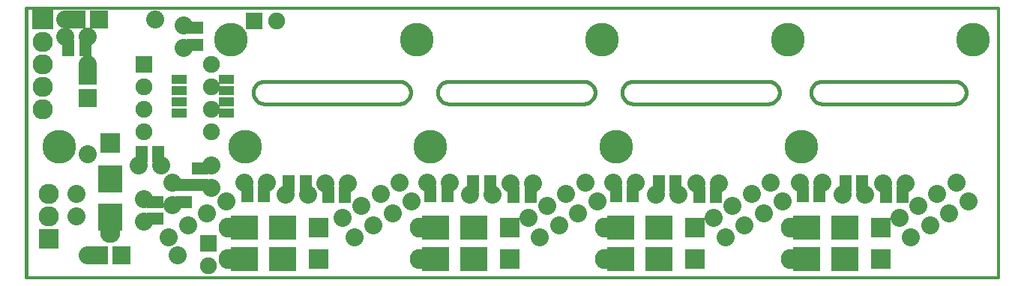
<source format=gts>
G04 (created by PCBNEW-RS274X (20100406 SVN-R2508)-final) date 6/3/2010 9:59:46 PM*
G01*
G70*
G90*
%MOIN*%
G04 Gerber Fmt 3.4, Leading zero omitted, Abs format*
%FSLAX34Y34*%
G04 APERTURE LIST*
%ADD10C,0.006000*%
%ADD11C,0.012000*%
%ADD12C,0.015000*%
%ADD13C,0.090000*%
%ADD14R,0.090000X0.090000*%
%ADD15R,0.110600X0.118400*%
%ADD16R,0.118400X0.110600*%
%ADD17C,0.080000*%
%ADD18R,0.080000X0.080000*%
%ADD19C,0.150000*%
%ADD20R,0.075000X0.055000*%
%ADD21R,0.055000X0.075000*%
%ADD22R,0.095000X0.090000*%
%ADD23R,0.075000X0.075000*%
%ADD24C,0.075000*%
%ADD25R,0.065000X0.040000*%
G04 APERTURE END LIST*
G54D10*
G54D11*
X64250Y-43250D02*
X21000Y-43250D01*
X64250Y-55250D02*
X64250Y-43250D01*
X21000Y-55250D02*
X64250Y-55250D01*
G54D12*
X21000Y-55200D02*
X21000Y-55000D01*
X54000Y-47500D02*
X48000Y-47500D01*
X31600Y-46500D02*
X31557Y-46502D01*
X31514Y-46508D01*
X31471Y-46518D01*
X31429Y-46531D01*
X31389Y-46547D01*
X31351Y-46567D01*
X31314Y-46591D01*
X31279Y-46617D01*
X31247Y-46647D01*
X31217Y-46679D01*
X31191Y-46714D01*
X31167Y-46751D01*
X31147Y-46789D01*
X31131Y-46829D01*
X31118Y-46871D01*
X31108Y-46914D01*
X31102Y-46957D01*
X31100Y-47000D01*
X31100Y-47000D02*
X31102Y-47043D01*
X31108Y-47086D01*
X31118Y-47129D01*
X31131Y-47171D01*
X31147Y-47211D01*
X31167Y-47249D01*
X31191Y-47286D01*
X31217Y-47321D01*
X31247Y-47353D01*
X31279Y-47383D01*
X31314Y-47409D01*
X31351Y-47433D01*
X31389Y-47453D01*
X31429Y-47469D01*
X31471Y-47482D01*
X31514Y-47492D01*
X31557Y-47498D01*
X31600Y-47500D01*
X37600Y-47500D02*
X37643Y-47498D01*
X37686Y-47492D01*
X37729Y-47482D01*
X37771Y-47469D01*
X37811Y-47453D01*
X37850Y-47433D01*
X37886Y-47409D01*
X37921Y-47383D01*
X37953Y-47353D01*
X37983Y-47321D01*
X38009Y-47286D01*
X38033Y-47249D01*
X38053Y-47211D01*
X38069Y-47171D01*
X38082Y-47129D01*
X38092Y-47086D01*
X38098Y-47043D01*
X38100Y-47000D01*
X38100Y-47000D02*
X38098Y-46957D01*
X38092Y-46914D01*
X38082Y-46871D01*
X38069Y-46829D01*
X38053Y-46789D01*
X38033Y-46751D01*
X38009Y-46714D01*
X37983Y-46679D01*
X37953Y-46647D01*
X37921Y-46617D01*
X37886Y-46591D01*
X37850Y-46567D01*
X37811Y-46547D01*
X37771Y-46531D01*
X37729Y-46518D01*
X37686Y-46508D01*
X37643Y-46502D01*
X37600Y-46500D01*
X39800Y-46500D02*
X39757Y-46502D01*
X39714Y-46508D01*
X39671Y-46518D01*
X39629Y-46531D01*
X39589Y-46547D01*
X39551Y-46567D01*
X39514Y-46591D01*
X39479Y-46617D01*
X39447Y-46647D01*
X39417Y-46679D01*
X39391Y-46714D01*
X39367Y-46751D01*
X39347Y-46789D01*
X39331Y-46829D01*
X39318Y-46871D01*
X39308Y-46914D01*
X39302Y-46957D01*
X39300Y-47000D01*
X39300Y-47000D02*
X39302Y-47043D01*
X39308Y-47086D01*
X39318Y-47129D01*
X39331Y-47171D01*
X39347Y-47211D01*
X39367Y-47249D01*
X39391Y-47286D01*
X39417Y-47321D01*
X39447Y-47353D01*
X39479Y-47383D01*
X39514Y-47409D01*
X39551Y-47433D01*
X39589Y-47453D01*
X39629Y-47469D01*
X39671Y-47482D01*
X39714Y-47492D01*
X39757Y-47498D01*
X39800Y-47500D01*
X45800Y-47500D02*
X45843Y-47498D01*
X45886Y-47492D01*
X45929Y-47482D01*
X45971Y-47469D01*
X46011Y-47453D01*
X46050Y-47433D01*
X46086Y-47409D01*
X46121Y-47383D01*
X46153Y-47353D01*
X46183Y-47321D01*
X46209Y-47286D01*
X46233Y-47249D01*
X46253Y-47211D01*
X46269Y-47171D01*
X46282Y-47129D01*
X46292Y-47086D01*
X46298Y-47043D01*
X46300Y-47000D01*
X46300Y-47000D02*
X46298Y-46957D01*
X46292Y-46914D01*
X46282Y-46871D01*
X46269Y-46829D01*
X46253Y-46789D01*
X46233Y-46751D01*
X46209Y-46714D01*
X46183Y-46679D01*
X46153Y-46647D01*
X46121Y-46617D01*
X46086Y-46591D01*
X46050Y-46567D01*
X46011Y-46547D01*
X45971Y-46531D01*
X45929Y-46518D01*
X45886Y-46508D01*
X45843Y-46502D01*
X45800Y-46500D01*
X48000Y-46500D02*
X47957Y-46502D01*
X47914Y-46508D01*
X47871Y-46518D01*
X47829Y-46531D01*
X47789Y-46547D01*
X47751Y-46567D01*
X47714Y-46591D01*
X47679Y-46617D01*
X47647Y-46647D01*
X47617Y-46679D01*
X47591Y-46714D01*
X47567Y-46751D01*
X47547Y-46789D01*
X47531Y-46829D01*
X47518Y-46871D01*
X47508Y-46914D01*
X47502Y-46957D01*
X47500Y-47000D01*
X47500Y-47000D02*
X47502Y-47043D01*
X47508Y-47086D01*
X47518Y-47129D01*
X47531Y-47171D01*
X47547Y-47211D01*
X47567Y-47249D01*
X47591Y-47286D01*
X47617Y-47321D01*
X47647Y-47353D01*
X47679Y-47383D01*
X47714Y-47409D01*
X47751Y-47433D01*
X47789Y-47453D01*
X47829Y-47469D01*
X47871Y-47482D01*
X47914Y-47492D01*
X47957Y-47498D01*
X48000Y-47500D01*
X54000Y-47500D02*
X54043Y-47498D01*
X54086Y-47492D01*
X54129Y-47482D01*
X54171Y-47469D01*
X54211Y-47453D01*
X54250Y-47433D01*
X54286Y-47409D01*
X54321Y-47383D01*
X54353Y-47353D01*
X54383Y-47321D01*
X54409Y-47286D01*
X54433Y-47249D01*
X54453Y-47211D01*
X54469Y-47171D01*
X54482Y-47129D01*
X54492Y-47086D01*
X54498Y-47043D01*
X54500Y-47000D01*
X54500Y-47000D02*
X54498Y-46957D01*
X54492Y-46914D01*
X54482Y-46871D01*
X54469Y-46829D01*
X54453Y-46789D01*
X54433Y-46751D01*
X54409Y-46714D01*
X54383Y-46679D01*
X54353Y-46647D01*
X54321Y-46617D01*
X54286Y-46591D01*
X54250Y-46567D01*
X54211Y-46547D01*
X54171Y-46531D01*
X54129Y-46518D01*
X54086Y-46508D01*
X54043Y-46502D01*
X54000Y-46500D01*
X55900Y-47000D02*
X55902Y-47043D01*
X55908Y-47086D01*
X55918Y-47129D01*
X55931Y-47171D01*
X55947Y-47211D01*
X55967Y-47249D01*
X55991Y-47286D01*
X56017Y-47321D01*
X56047Y-47353D01*
X56079Y-47383D01*
X56114Y-47409D01*
X56151Y-47433D01*
X56189Y-47453D01*
X56229Y-47469D01*
X56271Y-47482D01*
X56314Y-47492D01*
X56357Y-47498D01*
X56400Y-47500D01*
X56400Y-46500D02*
X56357Y-46502D01*
X56314Y-46508D01*
X56271Y-46518D01*
X56229Y-46531D01*
X56189Y-46547D01*
X56151Y-46567D01*
X56114Y-46591D01*
X56079Y-46617D01*
X56047Y-46647D01*
X56017Y-46679D01*
X55991Y-46714D01*
X55967Y-46751D01*
X55947Y-46789D01*
X55931Y-46829D01*
X55918Y-46871D01*
X55908Y-46914D01*
X55902Y-46957D01*
X55900Y-47000D01*
X62300Y-47500D02*
X62343Y-47498D01*
X62386Y-47492D01*
X62429Y-47482D01*
X62471Y-47469D01*
X62511Y-47453D01*
X62550Y-47433D01*
X62586Y-47409D01*
X62621Y-47383D01*
X62653Y-47353D01*
X62683Y-47321D01*
X62709Y-47286D01*
X62733Y-47249D01*
X62753Y-47211D01*
X62769Y-47171D01*
X62782Y-47129D01*
X62792Y-47086D01*
X62798Y-47043D01*
X62800Y-47000D01*
X62800Y-47000D02*
X62798Y-46957D01*
X62792Y-46914D01*
X62782Y-46871D01*
X62769Y-46829D01*
X62753Y-46789D01*
X62733Y-46751D01*
X62709Y-46714D01*
X62683Y-46679D01*
X62653Y-46647D01*
X62621Y-46617D01*
X62586Y-46591D01*
X62550Y-46567D01*
X62511Y-46547D01*
X62471Y-46531D01*
X62429Y-46518D01*
X62386Y-46508D01*
X62343Y-46502D01*
X62300Y-46500D01*
X31600Y-47500D02*
X37600Y-47500D01*
X37600Y-46500D02*
X31600Y-46500D01*
X39800Y-47500D02*
X45800Y-47500D01*
X45800Y-46500D02*
X39800Y-46500D01*
X54000Y-46500D02*
X48000Y-46500D01*
X56400Y-46500D02*
X62300Y-46500D01*
X62300Y-47500D02*
X56400Y-47500D01*
X21000Y-43250D02*
X21000Y-55000D01*
G54D13*
X24750Y-53250D03*
G54D14*
X24750Y-49250D03*
G54D15*
X24750Y-50850D03*
X24750Y-52550D03*
G54D13*
X55000Y-53000D03*
G54D14*
X59000Y-53000D03*
G54D16*
X57400Y-53000D03*
X55700Y-53000D03*
G54D13*
X55000Y-54400D03*
G54D14*
X59000Y-54400D03*
G54D16*
X57400Y-54400D03*
X55700Y-54400D03*
G54D13*
X46750Y-53000D03*
G54D14*
X50750Y-53000D03*
G54D16*
X49150Y-53000D03*
X47450Y-53000D03*
G54D13*
X46750Y-54400D03*
G54D14*
X50750Y-54400D03*
G54D16*
X49150Y-54400D03*
X47450Y-54400D03*
G54D13*
X38500Y-53000D03*
G54D14*
X42500Y-53000D03*
G54D16*
X40900Y-53000D03*
X39200Y-53000D03*
G54D13*
X38500Y-54400D03*
G54D14*
X42500Y-54400D03*
G54D16*
X40900Y-54400D03*
X39200Y-54400D03*
G54D13*
X30000Y-53000D03*
G54D14*
X34000Y-53000D03*
G54D16*
X32400Y-53000D03*
X30700Y-53000D03*
G54D13*
X30000Y-54400D03*
G54D14*
X34000Y-54400D03*
G54D16*
X32400Y-54400D03*
X30700Y-54400D03*
G54D17*
X23750Y-54250D03*
X27750Y-54250D03*
G54D18*
X25250Y-54250D03*
X24250Y-54250D03*
G54D17*
X23750Y-45750D03*
X23750Y-49750D03*
G54D18*
X23750Y-47250D03*
X23750Y-46250D03*
G54D17*
X22750Y-43750D03*
X26750Y-43750D03*
G54D18*
X24250Y-43750D03*
X23250Y-43750D03*
G54D17*
X37300Y-52375D03*
X36452Y-52905D03*
X35604Y-53435D03*
X38148Y-51845D03*
G54D19*
X38361Y-44637D03*
X30729Y-49407D03*
G54D17*
X45550Y-52375D03*
X44702Y-52905D03*
X43854Y-53435D03*
X46398Y-51845D03*
G54D19*
X46611Y-44637D03*
X38979Y-49407D03*
G54D17*
X53800Y-52375D03*
X52952Y-52905D03*
X52104Y-53435D03*
X54648Y-51845D03*
G54D19*
X54861Y-44637D03*
X47229Y-49407D03*
G54D17*
X62050Y-52375D03*
X61202Y-52905D03*
X60354Y-53435D03*
X62898Y-51845D03*
G54D19*
X63111Y-44637D03*
X55479Y-49407D03*
G54D17*
X29050Y-52375D03*
X28202Y-52905D03*
X27354Y-53435D03*
X29898Y-51845D03*
G54D19*
X30111Y-44637D03*
X22479Y-49407D03*
G54D17*
X61520Y-51527D03*
X60672Y-52057D03*
X59824Y-52587D03*
X62368Y-50997D03*
G54D19*
X63111Y-44637D03*
X55479Y-49407D03*
G54D17*
X53270Y-51527D03*
X52422Y-52057D03*
X51574Y-52587D03*
X54118Y-50997D03*
G54D19*
X54861Y-44637D03*
X47229Y-49407D03*
G54D17*
X45020Y-51527D03*
X44172Y-52057D03*
X43324Y-52587D03*
X45868Y-50997D03*
G54D19*
X46611Y-44637D03*
X38979Y-49407D03*
G54D17*
X36770Y-51527D03*
X35922Y-52057D03*
X35074Y-52587D03*
X37618Y-50997D03*
G54D19*
X38361Y-44637D03*
X30729Y-49407D03*
G54D20*
X28750Y-51125D03*
X28750Y-50375D03*
G54D17*
X29250Y-51250D03*
X29250Y-50250D03*
G54D21*
X51675Y-51550D03*
X50925Y-51550D03*
G54D17*
X51800Y-51050D03*
X50800Y-51050D03*
G54D21*
X32675Y-51050D03*
X33425Y-51050D03*
G54D17*
X32550Y-51550D03*
X33550Y-51550D03*
G54D21*
X39725Y-51500D03*
X38975Y-51500D03*
G54D17*
X39850Y-51000D03*
X38850Y-51000D03*
G54D21*
X31575Y-51500D03*
X30825Y-51500D03*
G54D17*
X31700Y-51000D03*
X30700Y-51000D03*
G54D21*
X40875Y-51050D03*
X41625Y-51050D03*
G54D17*
X40750Y-51550D03*
X41750Y-51550D03*
G54D21*
X43425Y-51550D03*
X42675Y-51550D03*
G54D17*
X43550Y-51050D03*
X42550Y-51050D03*
G54D21*
X35175Y-51550D03*
X34425Y-51550D03*
G54D17*
X35300Y-51050D03*
X34300Y-51050D03*
G54D22*
X21750Y-43750D03*
G54D13*
X21750Y-44750D03*
X21750Y-45740D03*
X21750Y-46760D03*
X21750Y-47750D03*
G54D21*
X47975Y-51500D03*
X47225Y-51500D03*
G54D17*
X48100Y-51000D03*
X47100Y-51000D03*
G54D20*
X26750Y-51875D03*
X26750Y-52625D03*
G54D17*
X26250Y-51750D03*
X26250Y-52750D03*
X23250Y-52500D03*
X23250Y-51500D03*
G54D21*
X23625Y-45000D03*
X22875Y-45000D03*
G54D17*
X23750Y-44500D03*
X22750Y-44500D03*
X26000Y-50250D03*
X27000Y-50250D03*
G54D21*
X26125Y-49750D03*
X26875Y-49750D03*
G54D17*
X26000Y-50250D03*
X27000Y-50250D03*
X28000Y-44000D03*
X28000Y-45000D03*
G54D20*
X28500Y-44125D03*
X28500Y-44875D03*
G54D17*
X28000Y-44000D03*
X28000Y-45000D03*
G54D21*
X56275Y-51500D03*
X55525Y-51500D03*
G54D17*
X56400Y-51000D03*
X55400Y-51000D03*
G54D21*
X57425Y-51050D03*
X58175Y-51050D03*
G54D17*
X57300Y-51550D03*
X58300Y-51550D03*
G54D20*
X28000Y-51125D03*
X28000Y-51875D03*
G54D17*
X27500Y-51000D03*
X27500Y-52000D03*
G54D21*
X49125Y-51050D03*
X49875Y-51050D03*
G54D17*
X49000Y-51550D03*
X50000Y-51550D03*
G54D21*
X59975Y-51550D03*
X59225Y-51550D03*
G54D17*
X60100Y-51050D03*
X59100Y-51050D03*
G54D23*
X26250Y-45750D03*
G54D24*
X26250Y-46750D03*
X26250Y-47750D03*
X26250Y-48750D03*
X29250Y-48750D03*
X29250Y-47750D03*
X29250Y-46750D03*
X29250Y-45750D03*
G54D13*
X22000Y-51500D03*
X22000Y-52500D03*
G54D14*
X22000Y-53500D03*
G54D25*
X29900Y-46400D03*
X27800Y-46400D03*
X29900Y-46900D03*
X29900Y-47400D03*
X29900Y-47900D03*
X27800Y-46900D03*
X27800Y-47400D03*
X27800Y-47900D03*
G54D23*
X31150Y-43800D03*
G54D24*
X32150Y-43800D03*
G54D23*
X29100Y-53700D03*
G54D24*
X29100Y-54700D03*
M02*

</source>
